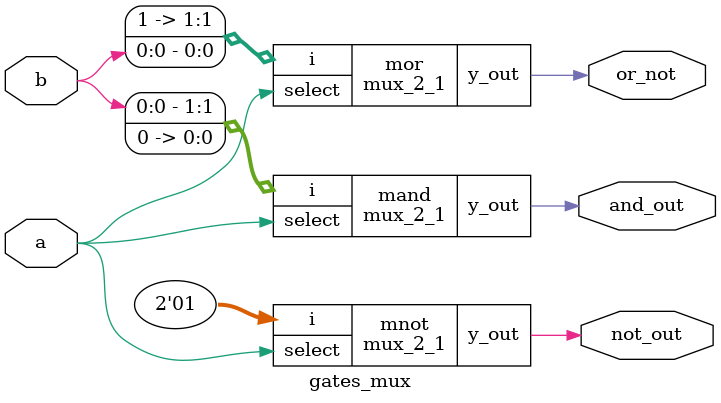
<source format=v>
module mux_2_1(
  input [1:0] i,
  input select,
  output y_out
);
  assign y_out = select ? i[1] : i[0];
endmodule

module gates_mux(
  input a,b,
  output and_out,
  output or_not,
  output not_out
);
  mux_2_1 mand({b,1'b0}, a, and_out);
  mux_2_1 mor({1'b1,b}, a, or_not);
  mux_2_1 mnot({1'b0,1'b1}, a, not_out);
endmodule
</source>
